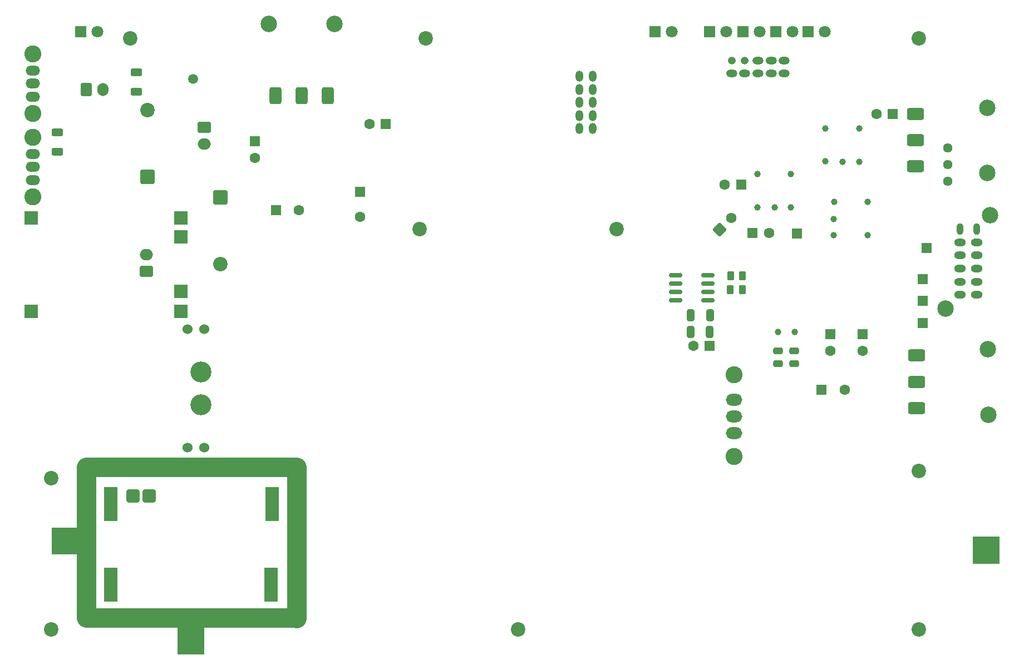
<source format=gbr>
%TF.GenerationSoftware,KiCad,Pcbnew,9.0.5*%
%TF.CreationDate,2025-10-21T17:57:34+02:00*%
%TF.ProjectId,TUNER_KT0936MB9,54554e45-525f-44b5-9430-3933364d4239,rev?*%
%TF.SameCoordinates,Original*%
%TF.FileFunction,Soldermask,Bot*%
%TF.FilePolarity,Negative*%
%FSLAX46Y46*%
G04 Gerber Fmt 4.6, Leading zero omitted, Abs format (unit mm)*
G04 Created by KiCad (PCBNEW 9.0.5) date 2025-10-21 17:57:34*
%MOMM*%
%LPD*%
G01*
G04 APERTURE LIST*
G04 Aperture macros list*
%AMRoundRect*
0 Rectangle with rounded corners*
0 $1 Rounding radius*
0 $2 $3 $4 $5 $6 $7 $8 $9 X,Y pos of 4 corners*
0 Add a 4 corners polygon primitive as box body*
4,1,4,$2,$3,$4,$5,$6,$7,$8,$9,$2,$3,0*
0 Add four circle primitives for the rounded corners*
1,1,$1+$1,$2,$3*
1,1,$1+$1,$4,$5*
1,1,$1+$1,$6,$7*
1,1,$1+$1,$8,$9*
0 Add four rect primitives between the rounded corners*
20,1,$1+$1,$2,$3,$4,$5,0*
20,1,$1+$1,$4,$5,$6,$7,0*
20,1,$1+$1,$6,$7,$8,$9,0*
20,1,$1+$1,$8,$9,$2,$3,0*%
G04 Aperture macros list end*
%ADD10C,3.000000*%
%ADD11C,0.100000*%
%ADD12RoundRect,0.250000X-0.550000X0.550000X-0.550000X-0.550000X0.550000X-0.550000X0.550000X0.550000X0*%
%ADD13C,1.600000*%
%ADD14RoundRect,0.250000X0.550000X0.550000X-0.550000X0.550000X-0.550000X-0.550000X0.550000X-0.550000X0*%
%ADD15RoundRect,0.250000X0.000000X-0.777817X0.777817X0.000000X0.000000X0.777817X-0.777817X0.000000X0*%
%ADD16RoundRect,0.250000X-0.550000X-0.550000X0.550000X-0.550000X0.550000X0.550000X-0.550000X0.550000X0*%
%ADD17O,2.200000X1.500000*%
%ADD18C,2.600000*%
%ADD19R,1.800000X1.800000*%
%ADD20C,1.800000*%
%ADD21C,2.200000*%
%ADD22C,1.000000*%
%ADD23RoundRect,0.300000X-0.600000X-1.000000X0.600000X-1.000000X0.600000X1.000000X-0.600000X1.000000X0*%
%ADD24C,2.500000*%
%ADD25R,2.000000X2.000000*%
%ADD26O,2.500000X1.800000*%
%ADD27O,1.800000X1.200000*%
%ADD28O,1.000000X1.800000*%
%ADD29RoundRect,0.249999X0.850001X-0.850001X0.850001X0.850001X-0.850001X0.850001X-0.850001X-0.850001X0*%
%ADD30O,1.200000X1.700000*%
%ADD31O,1.700000X1.200000*%
%ADD32O,1.200000X1.200000*%
%ADD33C,1.440000*%
%ADD34RoundRect,0.249999X-0.850001X0.850001X-0.850001X-0.850001X0.850001X-0.850001X0.850001X0.850001X0*%
%ADD35C,1.524000*%
%ADD36C,3.200000*%
%ADD37C,1.500000*%
%ADD38RoundRect,0.250000X-0.750000X0.600000X-0.750000X-0.600000X0.750000X-0.600000X0.750000X0.600000X0*%
%ADD39O,2.000000X1.700000*%
%ADD40RoundRect,0.300000X1.000000X-0.600000X1.000000X0.600000X-1.000000X0.600000X-1.000000X-0.600000X0*%
%ADD41RoundRect,0.250000X0.625000X-0.312500X0.625000X0.312500X-0.625000X0.312500X-0.625000X-0.312500X0*%
%ADD42RoundRect,0.250000X-0.600000X-0.750000X0.600000X-0.750000X0.600000X0.750000X-0.600000X0.750000X0*%
%ADD43O,1.700000X2.000000*%
%ADD44RoundRect,0.250000X-0.625000X0.312500X-0.625000X-0.312500X0.625000X-0.312500X0.625000X0.312500X0*%
%ADD45RoundRect,0.250000X-0.475000X0.250000X-0.475000X-0.250000X0.475000X-0.250000X0.475000X0.250000X0*%
%ADD46RoundRect,0.250000X-0.262500X-0.450000X0.262500X-0.450000X0.262500X0.450000X-0.262500X0.450000X0*%
%ADD47RoundRect,0.250000X0.750000X-0.600000X0.750000X0.600000X-0.750000X0.600000X-0.750000X-0.600000X0*%
%ADD48R,2.100000X3.000000*%
%ADD49RoundRect,0.300000X0.700000X-0.700000X0.700000X0.700000X-0.700000X0.700000X-0.700000X-0.700000X0*%
%ADD50RoundRect,0.150000X-0.825000X-0.150000X0.825000X-0.150000X0.825000X0.150000X-0.825000X0.150000X0*%
%ADD51RoundRect,0.250000X0.325000X0.650000X-0.325000X0.650000X-0.325000X-0.650000X0.325000X-0.650000X0*%
G04 APERTURE END LIST*
D10*
X68325000Y-123300000D02*
X100275000Y-123300000D01*
X68350000Y-146250000D02*
X68350000Y-123250000D01*
X100300000Y-146300000D02*
X100300000Y-123300000D01*
D11*
X82200000Y-147700000D02*
X86200000Y-147700000D01*
X86200000Y-151700000D01*
X82200000Y-151700000D01*
X82200000Y-147700000D01*
G36*
X82200000Y-147700000D02*
G01*
X86200000Y-147700000D01*
X86200000Y-151700000D01*
X82200000Y-151700000D01*
X82200000Y-147700000D01*
G37*
D10*
X68350000Y-146250000D02*
X100350000Y-146250000D01*
D11*
X63100000Y-132500000D02*
X67100000Y-132500000D01*
X67100000Y-136500000D01*
X63100000Y-136500000D01*
X63100000Y-132500000D01*
G36*
X63100000Y-132500000D02*
G01*
X67100000Y-132500000D01*
X67100000Y-136500000D01*
X63100000Y-136500000D01*
X63100000Y-132500000D01*
G37*
X203200000Y-133900000D02*
X207200000Y-133900000D01*
X207200000Y-137900000D01*
X203200000Y-137900000D01*
X203200000Y-133900000D01*
G36*
X203200000Y-133900000D02*
G01*
X207200000Y-133900000D01*
X207200000Y-137900000D01*
X203200000Y-137900000D01*
X203200000Y-133900000D01*
G37*
D12*
%TO.C,C34*%
X94000000Y-73671144D03*
D13*
X94000000Y-76171144D03*
%TD*%
D14*
%TO.C,C33*%
X167928856Y-80300000D03*
D13*
X165428856Y-80300000D03*
%TD*%
D14*
%TO.C,C32*%
X163178856Y-104850000D03*
D13*
X160678856Y-104850000D03*
%TD*%
D14*
%TO.C,C31*%
X191028856Y-69550000D03*
D13*
X188528856Y-69550000D03*
%TD*%
D15*
%TO.C,C30*%
X164645938Y-87116515D03*
D13*
X166413705Y-85348748D03*
%TD*%
D12*
%TO.C,C29*%
X186400000Y-103071144D03*
D13*
X186400000Y-105571144D03*
%TD*%
D16*
%TO.C,C13*%
X169694888Y-87650000D03*
D13*
X172194888Y-87650000D03*
%TD*%
D12*
%TO.C,C11*%
X181500000Y-103044888D03*
D13*
X181500000Y-105544888D03*
%TD*%
D17*
%TO.C,SW2*%
X60200000Y-75600000D03*
X60200000Y-77600000D03*
X60200000Y-79600000D03*
D18*
X60200000Y-73100000D03*
X60200000Y-82100000D03*
%TD*%
D16*
%TO.C,H2*%
X195550000Y-98000000D03*
%TD*%
D19*
%TO.C,D5*%
X173180000Y-57000000D03*
D20*
X175720000Y-57000000D03*
%TD*%
D21*
%TO.C,H9*%
X195000000Y-58000000D03*
%TD*%
D22*
%TO.C,L5*%
X170412500Y-78650000D03*
X175512500Y-83750000D03*
X175512500Y-78650000D03*
X170412500Y-83725000D03*
X173012500Y-83750000D03*
%TD*%
D23*
%TO.C,RV1*%
X97100000Y-66680000D03*
X101100000Y-66680000D03*
X105100000Y-66680000D03*
D24*
X96100000Y-55780000D03*
X106040000Y-55820000D03*
%TD*%
D19*
%TO.C,D6*%
X168180000Y-57000000D03*
D20*
X170720000Y-57000000D03*
%TD*%
D25*
%TO.C,M2*%
X59900000Y-99550000D03*
X59900000Y-85350000D03*
X82700000Y-99550000D03*
X82700000Y-96550000D03*
X82700000Y-88250000D03*
X82700000Y-85350000D03*
%TD*%
D21*
%TO.C,H14*%
X63000000Y-125000000D03*
%TD*%
D26*
%TO.C,SW1*%
X166847927Y-112994882D03*
X166847927Y-115534882D03*
X166847927Y-118074882D03*
D18*
X166847927Y-109264337D03*
X166837707Y-121657390D03*
%TD*%
D27*
%TO.C,SW5*%
X203750000Y-97050000D03*
X203750000Y-95050000D03*
X203750000Y-93050000D03*
X203750000Y-91050000D03*
X203750000Y-89050000D03*
D28*
X203750000Y-87050000D03*
D27*
X201250000Y-97050000D03*
X201250000Y-95050000D03*
X201250000Y-93050000D03*
X201250000Y-91050000D03*
X201250000Y-89050000D03*
D28*
X201250000Y-87050000D03*
D24*
X205850000Y-84950000D03*
X199050000Y-99150000D03*
%TD*%
D19*
%TO.C,D3*%
X154830000Y-57000000D03*
D20*
X157370000Y-57000000D03*
%TD*%
D12*
%TO.C,C1*%
X109950000Y-81347349D03*
D13*
X109950000Y-85147349D03*
%TD*%
D21*
%TO.C,H13*%
X119000000Y-87000000D03*
%TD*%
D29*
%TO.C,D2*%
X77630000Y-79110000D03*
D21*
X77630000Y-68950000D03*
%TD*%
D22*
%TO.C,Y1*%
X173530000Y-102685000D03*
X176070000Y-102685000D03*
%TD*%
D19*
%TO.C,D8*%
X67430000Y-57000000D03*
D20*
X69970000Y-57000000D03*
%TD*%
D17*
%TO.C,SW3*%
X60200000Y-62900000D03*
X60200000Y-64900000D03*
X60200000Y-66900000D03*
D18*
X60200000Y-60400000D03*
X60200000Y-69400000D03*
%TD*%
D21*
%TO.C,H3*%
X120000000Y-58000000D03*
%TD*%
D16*
%TO.C,H6*%
X196200000Y-89900000D03*
%TD*%
%TO.C,H4*%
X195600000Y-94650000D03*
%TD*%
D30*
%TO.C,J5*%
X143318750Y-71750000D03*
X143318750Y-69750000D03*
X143318750Y-67750000D03*
X143318750Y-65750000D03*
X143318750Y-63750000D03*
X145318750Y-71750000D03*
X145318750Y-69750000D03*
X145318750Y-67750000D03*
X145318750Y-65750000D03*
X145318750Y-63750000D03*
%TD*%
D16*
%TO.C,C26*%
X180197349Y-111500000D03*
D13*
X183697349Y-111500000D03*
%TD*%
D19*
%TO.C,D4*%
X178150000Y-57000000D03*
D20*
X180690000Y-57000000D03*
%TD*%
D31*
%TO.C,J6*%
X174500000Y-63350000D03*
X172500000Y-63350000D03*
X170500000Y-63350000D03*
X168500000Y-63350000D03*
X166500000Y-63350000D03*
X174500000Y-61350000D03*
X172500000Y-61350000D03*
X170500000Y-61350000D03*
D32*
X168500000Y-61350000D03*
X166500000Y-61350000D03*
%TD*%
D16*
%TO.C,H5*%
X195550000Y-101350000D03*
%TD*%
D22*
%TO.C,L3*%
X187150000Y-82900000D03*
X182050000Y-88000000D03*
X187150000Y-88000000D03*
X182075000Y-82900000D03*
X182050000Y-85500000D03*
%TD*%
D33*
%TO.C,RV4*%
X199400000Y-79740000D03*
X199400000Y-77200000D03*
X199400000Y-74660000D03*
%TD*%
D21*
%TO.C,H11*%
X149000000Y-87000000D03*
%TD*%
%TO.C,H10*%
X195000000Y-148000000D03*
%TD*%
D34*
%TO.C,D1*%
X88700000Y-82220000D03*
D21*
X88700000Y-92380000D03*
%TD*%
D35*
%TO.C,M1*%
X83750000Y-120300000D03*
X86250000Y-120300000D03*
D36*
X85750000Y-113800000D03*
X85750000Y-108800000D03*
D35*
X83750000Y-102300000D03*
X86250000Y-102300000D03*
%TD*%
D21*
%TO.C,H12*%
X134000000Y-148000000D03*
%TD*%
%TO.C,H8*%
X63000000Y-148000000D03*
%TD*%
D16*
%TO.C,C9*%
X97147349Y-84150000D03*
D13*
X100647349Y-84150000D03*
%TD*%
D37*
%TO.C,J2*%
X84575000Y-64175000D03*
%TD*%
D16*
%TO.C,H1*%
X176400000Y-87700000D03*
%TD*%
D14*
%TO.C,C7*%
X113875113Y-71080000D03*
D13*
X111375113Y-71080000D03*
%TD*%
D38*
%TO.C,J1*%
X86300000Y-71550000D03*
D39*
X86300000Y-74050000D03*
%TD*%
D19*
%TO.C,D7*%
X163180000Y-57000000D03*
D20*
X165720000Y-57000000D03*
%TD*%
D21*
%TO.C,H7*%
X75000000Y-58000000D03*
%TD*%
D22*
%TO.C,L4*%
X180775000Y-71675000D03*
X185875000Y-76775000D03*
X185875000Y-71675000D03*
X180775000Y-76750000D03*
X183375000Y-76775000D03*
%TD*%
D21*
%TO.C,H15*%
X195000000Y-123900000D03*
%TD*%
D40*
%TO.C,RV3*%
X194620000Y-114300000D03*
X194620000Y-110300000D03*
X194620000Y-106300000D03*
D24*
X205520000Y-115300000D03*
X205480000Y-105360000D03*
%TD*%
D41*
%TO.C,R12*%
X63900000Y-75262500D03*
X63900000Y-72337500D03*
%TD*%
D42*
%TO.C,J4*%
X68315457Y-65824438D03*
D43*
X70815457Y-65824438D03*
%TD*%
D44*
%TO.C,R15*%
X75950000Y-63187500D03*
X75950000Y-66112500D03*
%TD*%
D40*
%TO.C,RV2*%
X194500000Y-77500000D03*
X194500000Y-73500000D03*
X194500000Y-69500000D03*
D24*
X205400000Y-78500000D03*
X205360000Y-68560000D03*
%TD*%
D45*
%TO.C,C6*%
X173550000Y-105600000D03*
X173550000Y-107500000D03*
%TD*%
%TO.C,C5*%
X176050000Y-105600000D03*
X176050000Y-107500000D03*
%TD*%
D46*
%TO.C,R31*%
X166287500Y-96295000D03*
X168112500Y-96295000D03*
%TD*%
D47*
%TO.C,J3*%
X77435000Y-93450000D03*
D39*
X77435000Y-90950000D03*
%TD*%
D48*
%TO.C,M3*%
X72000000Y-127750000D03*
X72000000Y-130050000D03*
X72000000Y-140050000D03*
X72000000Y-142350000D03*
D49*
X77900000Y-127650000D03*
X75400000Y-127650000D03*
D48*
X96600000Y-127750000D03*
X96600000Y-130050000D03*
X96400000Y-140050000D03*
X96400000Y-142350000D03*
%TD*%
D50*
%TO.C,U3*%
X157975000Y-97905000D03*
X157975000Y-96635000D03*
X157975000Y-95365000D03*
X157975000Y-94095000D03*
X162925000Y-94095000D03*
X162925000Y-95365000D03*
X162925000Y-96635000D03*
X162925000Y-97905000D03*
%TD*%
D46*
%TO.C,R30*%
X166317500Y-94165000D03*
X168142500Y-94165000D03*
%TD*%
D51*
%TO.C,C22*%
X163185000Y-100155000D03*
X160235000Y-100155000D03*
%TD*%
%TO.C,C21*%
X163175000Y-102700000D03*
X160225000Y-102700000D03*
%TD*%
M02*

</source>
